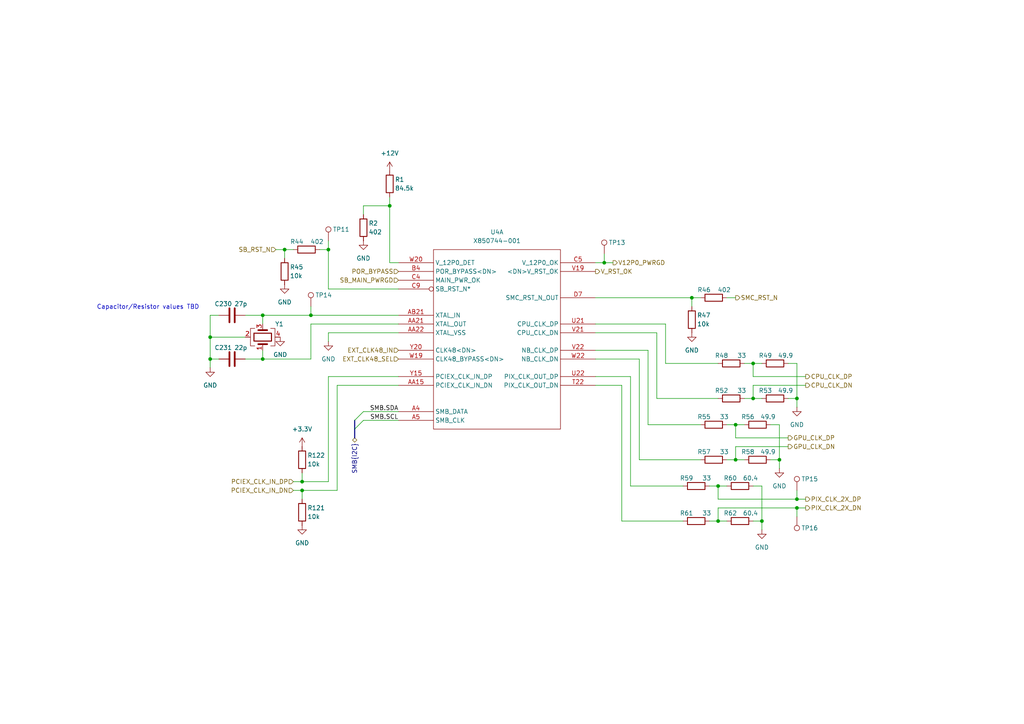
<source format=kicad_sch>
(kicad_sch (version 20250114) (generator "eeschema") (generator_version "9.0")
  (paper "A4")
  (lib_symbols
    (symbol "Connector:TestPoint" (pin_numbers (hide yes)) (pin_names (offset 0.762) (hide yes))
      (property "Reference" "TP" (at 0 6.858 0))
      (property "Value" "TestPoint" (at 0 5.08 0))
      (symbol "TestPoint_1_1"
        (pin passive line (at 0 0 90) (length 2.54) (name "1") (number "1"))
      )
    )
    (symbol "Device:C" (pin_numbers (hide yes)) (pin_names (offset 0.254))
      (property "Reference" "C" (at 0.635 2.54 0))
      (property "Value" "C" (at 0.635 -2.54 0))
      (symbol "C_1_1"
        (pin passive line (at 0 3.81 270) (length 2.794) (name "~") (number "1"))
        (pin passive line (at 0 -3.81 90) (length 2.794) (name "~") (number "2"))
      )
    )
    (symbol "Device:Crystal_GND24" (pin_names (offset 1.016) (hide yes))
      (property "Reference" "Y" (at 3.175 5.08 0))
      (property "Value" "Crystal_GND24" (at 3.175 3.175 0))
      (symbol "Crystal_GND24_1_1"
        (pin passive line (at -3.81 0 0) (length 1.27) (name "1") (number "1"))
        (pin passive line (at 0 5.08 270) (length 1.27) (name "2") (number "2"))
        (pin passive line (at 0 -5.08 90) (length 1.27) (name "4") (number "4"))
        (pin passive line (at 3.81 0 180) (length 1.27) (name "3") (number "3"))
      )
    )
    (symbol "Device:R" (pin_numbers (hide yes)) (pin_names (offset 0))
      (property "Reference" "R" (at 2.032 0 90))
      (property "Value" "R" (at 0 0 90))
      (symbol "R_1_1"
        (pin passive line (at 0 3.81 270) (length 1.27) (name "~") (number "1"))
        (pin passive line (at 0 -3.81 90) (length 1.27) (name "~") (number "2"))
      )
    )
    (symbol "X360:X850744-001"
      (property "Reference" "U" (at -17.018 27.94 0))
      (property "Value" "X850744-001" (at -10.668 -85.344 0))
      (symbol "X850744-001_1_1"
        (unit_name "SETUP")
        (pin power_in line (at -27.94 22.86 0) (length 10.16) (name "V_12P0_DET") (number "W20"))
        (pin input line (at -27.94 20.32 0) (length 10.16) (name "POR_BYPASS<DN>") (number "B4"))
        (pin input line (at -27.94 17.78 0) (length 10.16) (name "MAIN_PWR_OK") (number "C4"))
        (pin input inverted (at -27.94 15.24 0) (length 10.16) (name "SB_RST_N*") (number "C9"))
        (pin input line (at -27.94 7.62 0) (length 10.16) (name "XTAL_IN") (number "AB21"))
        (pin output line (at -27.94 5.08 0) (length 10.16) (name "XTAL_OUT") (number "AA21"))
        (pin power_in line (at -27.94 2.54 0) (length 10.16) (name "XTAL_VSS") (number "AA22"))
        (pin input line (at -27.94 -2.54 0) (length 10.16) (name "CLK48<DN>") (number "Y20"))
        (pin input line (at -27.94 -5.08 0) (length 10.16) (name "CLK48_BYPASS<DN>") (number "W19"))
        (pin input line (at -27.94 -10.16 0) (length 10.16) (name "PCIEX_CLK_IN_DP") (number "Y15"))
        (pin input line (at -27.94 -12.7 0) (length 10.16) (name "PCIEX_CLK_IN_DN") (number "AA15"))
        (pin bidirectional line (at -27.94 -20.32 0) (length 10.16) (name "SMB_DATA") (number "A4"))
        (pin bidirectional line (at -27.94 -22.86 0) (length 10.16) (name "SMB_CLK") (number "A5"))
        (pin output line (at 29.21 22.86 180) (length 10.16) (name "V_12P0_OK") (number "C5"))
        (pin output line (at 29.21 20.32 180) (length 10.16) (name "<DN>V_RST_OK") (number "V19"))
        (pin output line (at 29.21 12.7 180) (length 10.16) (name "SMC_RST_N_OUT") (number "D7"))
        (pin output line (at 29.21 5.08 180) (length 10.16) (name "CPU_CLK_DP") (number "U21"))
        (pin output line (at 29.21 2.54 180) (length 10.16) (name "CPU_CLK_DN") (number "V21"))
        (pin output line (at 29.21 -2.54 180) (length 10.16) (name "NB_CLK_DP") (number "V22"))
        (pin output line (at 29.21 -5.08 180) (length 10.16) (name "NB_CLK_DN") (number "W22"))
        (pin output line (at 29.21 -10.16 180) (length 10.16) (name "PIX_CLK_OUT_DP") (number "U22"))
        (pin output line (at 29.21 -12.7 180) (length 10.16) (name "PIX_CLK_OUT_DN") (number "T22"))
      )
      (symbol "X850744-001_2_1"
        (unit_name "VIDEO + FAN")
        (pin input line (at -27.94 22.86 0) (length 10.16) (name "PIX_CLK_IN") (number "J20"))
        (pin input line (at -27.94 17.78 0) (length 10.16) (name "PIX_DATA14") (number "G20"))
        (pin input line (at -27.94 15.24 0) (length 10.16) (name "PIX_DATA13") (number "G21"))
        (pin input line (at -27.94 12.7 0) (length 10.16) (name "PIX_DATA12") (number "G22"))
        (pin input line (at -27.94 10.16 0) (length 10.16) (name "PIX_DATA11") (number "H20"))
        (pin input line (at -27.94 7.62 0) (length 10.16) (name "PIX_DATA10") (number "H21"))
        (pin input line (at -27.94 5.08 0) (length 10.16) (name "PIX_DATA9") (number "H22"))
        (pin input line (at -27.94 2.54 0) (length 10.16) (name "PIX_DATA8") (number "J21"))
        (pin input line (at -27.94 0 0) (length 10.16) (name "PIX_DATA7") (number "J22"))
        (pin input line (at -27.94 -2.54 0) (length 10.16) (name "PIX_DATA6") (number "K21"))
        (pin input line (at -27.94 -5.08 0) (length 10.16) (name "PIX_DATA5") (number "K22"))
        (pin input line (at -27.94 -7.62 0) (length 10.16) (name "PIX_DATA4") (number "K20"))
        (pin input line (at -27.94 -10.16 0) (length 10.16) (name "PIX_DATA3") (number "L21"))
        (pin input line (at -27.94 -12.7 0) (length 10.16) (name "PIX_DATA2") (number "L22"))
        (pin input line (at -27.94 -15.24 0) (length 10.16) (name "PIX_DATA1") (number "L20"))
        (pin input line (at -27.94 -17.78 0) (length 10.16) (name "PIX_DATA0") (number "M20"))
        (pin input line (at -27.94 -22.86 0) (length 10.16) (name "HSYNC_IN") (number "M22"))
        (pin input line (at -27.94 -25.4 0) (length 10.16) (name "VSYNC_IN") (number "M21"))
        (pin power_in line (at -27.94 -33.02 0) (length 10.16) (name "DAC_RSET") (number "D20"))
        (pin input line (at -27.94 -40.64 0) (length 10.16) (name "HDMI_HPD") (number "D18"))
        (pin power_in line (at -27.94 -48.26 0) (length 10.16) (name "KSB_RSET") (number "H4"))
        (pin input line (at -27.94 -55.88 0) (length 10.16) (name "FAN_OP1_DP") (number "F22"))
        (pin input line (at -27.94 -58.42 0) (length 10.16) (name "FAN_OP1_DN") (number "F21"))
        (pin input line (at -27.94 -66.04 0) (length 10.16) (name "TEMP_N") (number "P22"))
        (pin bidirectional line (at -27.94 -73.66 0) (length 10.16) (name "DDC_SCK") (number "A12"))
        (pin bidirectional line (at -27.94 -76.2 0) (length 10.16) (name "DDC_SDA") (number "B12"))
        (pin output line (at 29.21 22.86 180) (length 10.16) (name "DAC_D_OUT_DP") (number "A20"))
        (pin output line (at 29.21 20.32 180) (length 10.16) (name "DAC_D_OUT_DN") (number "F18"))
        (pin output line (at 29.21 17.78 180) (length 10.16) (name "DAC_B_OUT_DP") (number "A21"))
        (pin output line (at 29.21 15.24 180) (length 10.16) (name "DAC_B_OUT_DN") (number "G18"))
        (pin output line (at 29.21 12.7 180) (length 10.16) (name "DAC_A_OUT_DP") (number "C22"))
        (pin output line (at 29.21 10.16 180) (length 10.16) (name "DAC_A_OUT_DN") (number "G19"))
        (pin output line (at 29.21 7.62 180) (length 10.16) (name "DAC_C_OUT_DP") (number "D22"))
        (pin output line (at 29.21 5.08 180) (length 10.16) (name "DAC_C_OUT_DN") (number "H18"))
        (pin output line (at 29.21 0 180) (length 10.16) (name "HSYNC_OUT") (number "B19"))
        (pin output line (at 29.21 -2.54 180) (length 10.16) (name "VSYNC_OUT") (number "C19"))
        (pin output line (at 29.21 -10.16 180) (length 10.16) (name "TMDS_TXC_DP") (number "A16"))
        (pin output line (at 29.21 -17.78 180) (length 10.16) (name "TMDS_TXC_DN") (number "B16"))
        (pin output line (at 29.21 -22.86 180) (length 10.16) (name "TMDS_TX2_DP") (number "B13"))
        (pin output line (at 29.21 -30.48 180) (length 10.16) (name "TMDS_TX2_DN") (number "C13"))
        (pin output line (at 29.21 -35.56 180) (length 10.16) (name "TMDS_TX1_DP") (number "A14"))
        (pin output line (at 29.21 -43.18 180) (length 10.16) (name "TMDS_TX1_DN") (number "B14"))
        (pin output line (at 29.21 -48.26 180) (length 10.16) (name "TMDS_TX0_DP") (number "B15"))
        (pin output line (at 29.21 -55.88 180) (length 10.16) (name "TMDS_TX0_DN") (number "C15"))
        (pin output line (at 29.21 -63.5 180) (length 10.16) (name "FAN_OUT1") (number "E21"))
        (pin output line (at 29.21 -71.12 180) (length 10.16) (name "TEMP3_P") (number "N22"))
        (pin output line (at 29.21 -73.66 180) (length 10.16) (name "TEMP2_P") (number "P20"))
        (pin output line (at 29.21 -76.2 180) (length 10.16) (name "TEMP1_P") (number "P21"))
        (pin output line (at 29.21 -78.74 180) (length 10.16) (name "TEMP0_P") (number "R21"))
        (pin output line (at 29.21 -81.28 180) (length 10.16) (name "TEMP4_P") (number "N21"))
      )
      (symbol "X850744-001_3_1"
        (unit_name "MAIN POWER")
        (pin power_in line (at -27.94 22.86 0) (length 10.16) (name "AVDD_18_HDMI0") (number "D13"))
        (pin power_in line (at -27.94 20.32 0) (length 10.16) (name "AVDD_18_HDMI1") (number "E13"))
        (pin power_in line (at -27.94 15.24 0) (length 10.16) (name "VDD_120") (number "J8"))
        (pin power_in line (at -27.94 12.7 0) (length 10.16) (name "VDD_121") (number "K8"))
        (pin power_in line (at -27.94 10.16 0) (length 10.16) (name "VDD_122") (number "M8"))
        (pin power_in line (at -27.94 7.62 0) (length 10.16) (name "VDD_123") (number "P8"))
        (pin power_in line (at -27.94 5.08 0) (length 10.16) (name "VDD_124") (number "H9"))
        (pin power_in line (at -27.94 2.54 0) (length 10.16) (name "VDD_125") (number "R9"))
        (pin power_in line (at -27.94 0 0) (length 10.16) (name "VDD_126") (number "H10"))
        (pin power_in line (at -27.94 -2.54 0) (length 10.16) (name "VDD_127") (number "R11"))
        (pin power_in line (at -27.94 -5.08 0) (length 10.16) (name "VDD_128") (number "R12"))
        (pin power_in line (at -27.94 -7.62 0) (length 10.16) (name "VDD_129") (number "H13"))
        (pin power_in line (at -27.94 -10.16 0) (length 10.16) (name "VDD_1210") (number "H14"))
        (pin power_in line (at -27.94 -12.7 0) (length 10.16) (name "VDD_1211") (number "R14"))
        (pin power_in line (at -27.94 -15.24 0) (length 10.16) (name "VDD_1212") (number "J15"))
        (pin power_in line (at -27.94 -17.78 0) (length 10.16) (name "VDD_1213") (number "K15"))
        (pin power_in line (at -27.94 -20.32 0) (length 10.16) (name "VDD_1214") (number "M15"))
        (pin power_in line (at -27.94 -22.86 0) (length 10.16) (name "VDD_1215") (number "P15"))
        (pin power_in line (at -27.94 -27.94 0) (length 10.16) (name "VDD_180") (number "J18"))
        (pin power_in line (at -27.94 -30.48 0) (length 10.16) (name "VDD_181") (number "K18"))
        (pin power_in line (at -27.94 -33.02 0) (length 10.16) (name "VDD_182") (number "N18"))
        (pin power_in line (at -27.94 -35.56 0) (length 10.16) (name "VDD_183") (number "R18"))
        (pin power_in line (at -27.94 -38.1 0) (length 10.16) (name "VDD_184") (number "H19"))
        (pin power_in line (at -27.94 -40.64 0) (length 10.16) (name "VDD_185") (number "L19"))
        (pin power_in line (at -27.94 -45.72 0) (length 10.16) (name "VDD_330") (number "C3"))
        (pin power_in line (at -27.94 -48.26 0) (length 10.16) (name "VDD_331") (number "E5"))
        (pin power_in line (at -27.94 -50.8 0) (length 10.16) (name "VDD_332") (number "F5"))
        (pin power_in line (at -27.94 -53.34 0) (length 10.16) (name "VDD_333") (number "E6"))
        (pin power_in line (at -27.94 -55.88 0) (length 10.16) (name "VDD_334") (number "D17"))
        (pin power_in line (at -27.94 -58.42 0) (length 10.16) (name "VDD_335") (number "C18"))
        (pin power_in line (at 29.21 22.86 180) (length 10.16) (name "AVDD_PEX0") (number "W15"))
        (pin power_in line (at 29.21 20.32 180) (length 10.16) (name "AVDD_PEX1") (number "Y17"))
        (pin power_in line (at 29.21 17.78 180) (length 10.16) (name "AVDD_PEX2") (number "Y19"))
        (pin power_out line (at 29.21 12.7 180) (length 10.16) (name "LDO25_CAP") (number "W17"))
        (pin power_in line (at 29.21 7.62 180) (length 10.16) (name "AVDD_33_PLLA") (number "E16"))
        (pin power_in line (at 29.21 2.54 180) (length 10.16) (name "AVDD_33_HDMI0") (number "D15"))
        (pin power_in line (at 29.21 0 180) (length 10.16) (name "AVDD_33_HDMI1") (number "E15"))
        (pin power_in line (at 29.21 -5.08 180) (length 10.16) (name "AVDD_33_ENET") (number "G5"))
        (pin power_in line (at 29.21 -10.16 180) (length 10.16) (name "AVDD_33_SATA0") (number "W3"))
        (pin power_in line (at 29.21 -12.7 180) (length 10.16) (name "AVDD_33_SATA1") (number "AA3"))
        (pin power_in line (at 29.21 -15.24 180) (length 10.16) (name "AVDD_33_SATA2") (number "V4"))
        (pin power_in line (at 29.21 -20.32 180) (length 10.16) (name "AVDD_33_CLK0") (number "T20"))
        (pin power_in line (at 29.21 -22.86 180) (length 10.16) (name "AVDD_33_CLK1") (number "V20"))
        (pin power_in line (at 29.21 -25.4 180) (length 10.16) (name "AVDD_33_CLK2") (number "W21"))
        (pin power_in line (at 29.21 -30.48 180) (length 10.16) (name "AVDD_33_VDAC0") (number "A19"))
        (pin power_in line (at 29.21 -33.02 180) (length 10.16) (name "AVDD_33_VDAC1") (number "C20"))
        (pin power_in line (at 29.21 -35.56 180) (length 10.16) (name "AVDD_33_VDAC2") (number "E20"))
        (pin power_in line (at 29.21 -38.1 180) (length 10.16) (name "AVDD_33_VDAC3") (number "B22"))
        (pin power_in line (at 29.21 -43.18 180) (length 10.16) (name "AVDD_33_LDO25") (number "V16"))
        (pin power_in line (at 29.21 -48.26 180) (length 10.16) (name "VSS_VDAC0") (number "D19"))
        (pin power_in line (at 29.21 -50.8 180) (length 10.16) (name "VSS_VDAC1") (number "E19"))
        (pin power_in line (at 29.21 -53.34 180) (length 10.16) (name "VSS_VDAC2") (number "B20"))
        (pin power_in line (at 29.21 -55.88 180) (length 10.16) (name "VSS_VDAC3") (number "F20"))
        (pin power_in line (at 29.21 -58.42 180) (length 10.16) (name "VSS_VDAC4") (number "B21"))
        (pin power_in line (at 29.21 -60.96 180) (length 10.16) (name "VSS_VDAC5") (number "C21"))
        (pin power_in line (at 29.21 -63.5 180) (length 10.16) (name "VSS_VDAC6") (number "D21"))
        (pin power_in line (at 29.21 -66.04 180) (length 10.16) (name "VSS_VDAC7") (number "A22"))
        (pin power_in line (at 29.21 -68.58 180) (length 10.16) (name "VSS_VDAC8") (number "E22"))
        (pin power_in line (at 29.21 -73.66 180) (length 10.16) (name "VSS_PLLA") (number "E17"))
        (pin power_in line (at 29.21 -76.2 180) (length 10.16) (name "VSS_PLLB") (number "AA20"))
      )
      (symbol "X850744-001_4_1"
        (unit_name "PCIEX + SMM GPIO + JTAG")
        (pin input line (at -27.94 22.86 0) (length 10.16) (name "PEX_RX1_DP") (number "Y18"))
        (pin input line (at -27.94 20.32 0) (length 10.16) (name "PEX_RX1_DN") (number "AA18"))
        (pin input line (at -27.94 17.78 0) (length 10.16) (name "PEX_RX0_DP") (number "Y16"))
        (pin input line (at -27.94 15.24 0) (length 10.16) (name "PEX_RX0_DN") (number "AA16"))
        (pin input line (at -27.94 7.62 0) (length 10.16) (name "UART_RXD<UP>") (number "A3"))
        (pin bidirectional line (at -27.94 0 0) (length 10.16) (name "GPIO15") (number "F2"))
        (pin bidirectional line (at -27.94 -2.54 0) (length 10.16) (name "GPIO14") (number "F3"))
        (pin bidirectional line (at -27.94 -5.08 0) (length 10.16) (name "GPIO13") (number "E1"))
        (pin bidirectional line (at -27.94 -7.62 0) (length 10.16) (name "GPIO12") (number "E4"))
        (pin bidirectional line (at -27.94 -10.16 0) (length 10.16) (name "GPIO11") (number "E3"))
        (pin bidirectional line (at -27.94 -12.7 0) (length 10.16) (name "GPIO10") (number "F4"))
        (pin bidirectional line (at -27.94 -15.24 0) (length 10.16) (name "GPIO9") (number "G4"))
        (pin bidirectional line (at -27.94 -17.78 0) (length 10.16) (name "GPIO8") (number "G3"))
        (pin bidirectional line (at -27.94 -20.32 0) (length 10.16) (name "GPIO7") (number "D3"))
        (pin bidirectional line (at -27.94 -22.86 0) (length 10.16) (name "GPIO6") (number "D4"))
        (pin bidirectional line (at -27.94 -25.4 0) (length 10.16) (name "GPIO5") (number "E2"))
        (pin bidirectional line (at -27.94 -27.94 0) (length 10.16) (name "GPIO4") (number "C1"))
        (pin bidirectional line (at -27.94 -30.48 0) (length 10.16) (name "GPIO3") (number "C2"))
        (pin bidirectional line (at -27.94 -33.02 0) (length 10.16) (name "GPIO2") (number "D1"))
        (pin bidirectional line (at -27.94 -35.56 0) (length 10.16) (name "GPIO1") (number "B1"))
        (pin bidirectional line (at -27.94 -38.1 0) (length 10.16) (name "GPIO0") (number "B2"))
        (pin output line (at 29.21 22.86 180) (length 10.16) (name "PEX_TX1_DP") (number "AA19"))
        (pin output line (at 29.21 17.78 180) (length 10.16) (name "PEX_TX1_DN") (number "AB19"))
        (pin output line (at 29.21 12.7 180) (length 10.16) (name "PEX_TX0_DP") (number "AA17"))
        (pin output line (at 29.21 7.62 180) (length 10.16) (name "PEX_TX0_DN") (number "AB17"))
        (pin output line (at 29.21 0 180) (length 10.16) (name "UART_TXD") (number "A2"))
        (pin output line (at 29.21 -7.62 180) (length 10.16) (name "TST_PT") (number "E18"))
        (pin input line (at 29.21 -15.24 180) (length 10.16) (name "<DN>TCK") (number "T19"))
        (pin output line (at 29.21 -17.78 180) (length 10.16) (name "TDO") (number "R19"))
        (pin input line (at 29.21 -20.32 180) (length 10.16) (name "<UP>TDI") (number "R20"))
        (pin input line (at 29.21 -22.86 180) (length 10.16) (name "<UP>TMS") (number "U19"))
        (pin input line (at 29.21 -25.4 180) (length 10.16) (name "<DN>TRST") (number "N19"))
      )
      (symbol "X850744-001_5_1"
        (unit_name "SMC")
        (pin input inverted (at -27.94 22.86 0) (length 10.16) (name "SMC_RST_N_IN*") (number "D8"))
        (pin input line (at -27.94 15.24 0) (length 10.16) (name "SMC_UART1_RXD<UP>") (number "A6"))
        (pin input line (at -27.94 10.16 0) (length 10.16) (name "SMC_DBG<DN>") (number "D6"))
        (pin input line (at -27.94 2.54 0) (length 10.16) (name "SMC_IR_IN") (number "W8"))
        (pin bidirectional line (at -27.94 -5.08 0) (length 10.16) (name "SMC_P4_GPIO7") (number "A8"))
        (pin bidirectional line (at -27.94 -7.62 0) (length 10.16) (name "SMC_P4_GPIO6") (number "B8"))
        (pin bidirectional line (at -27.94 -10.16 0) (length 10.16) (name "SMC_P4_GPIO5") (number "B7"))
        (pin bidirectional line (at -27.94 -12.7 0) (length 10.16) (name "SMC_P4_GPIO4") (number "C8"))
        (pin bidirectional line (at -27.94 -15.24 0) (length 10.16) (name "SMC_P4_GPIO3") (number "C6"))
        (pin bidirectional line (at -27.94 -17.78 0) (length 10.16) (name "SMC_P4_GPIO2") (number "A9"))
        (pin bidirectional line (at -27.94 -20.32 0) (length 10.16) (name "SMC_P4_GPIO1") (number "B5"))
        (pin bidirectional line (at -27.94 -22.86 0) (length 10.16) (name "SMC_P4_GPIO0") (number "B6"))
        (pin bidirectional line (at -27.94 -27.94 0) (length 10.16) (name "SMC_P3_GPIO7") (number "A11"))
        (pin bidirectional line (at -27.94 -30.48 0) (length 10.16) (name "SMC_P3_GPIO6") (number "C10"))
        (pin bidirectional line (at -27.94 -33.02 0) (length 10.16) (name "SMC_P3_GPIO5") (number "B11"))
        (pin bidirectional line (at -27.94 -35.56 0) (length 10.16) (name "SMC_P3_GPIO4") (number "B9"))
        (pin bidirectional line (at -27.94 -38.1 0) (length 10.16) (name "SMC_P3_GPIO3") (number "C11"))
        (pin bidirectional line (at -27.94 -40.64 0) (length 10.16) (name "SMC_P3_GPIO2") (number "C12"))
        (pin bidirectional line (at -27.94 -43.18 0) (length 10.16) (name "SMC_P3_GPIO1") (number "D12"))
        (pin bidirectional line (at -27.94 -45.72 0) (length 10.16) (name "SMC_P3_GPIO0") (number "B10"))
        (pin output line (at 29.21 22.86 180) (length 10.16) (name "SMC_UART1_TXD") (number "A7"))
        (pin output line (at 29.21 15.24 180) (length 10.16) (name "SMC_PWM1") (number "D10"))
        (pin output line (at 29.21 12.7 180) (length 10.16) (name "SMC_PWM0") (number "D11"))
        (pin bidirectional line (at 29.21 5.08 180) (length 10.16) (name "SMC_P2_GPIO7") (number "W12"))
        (pin bidirectional line (at 29.21 2.54 180) (length 10.16) (name "SMC_P2_GPIO6") (number "W13"))
        (pin bidirectional line (at 29.21 0 180) (length 10.16) (name "SMC_P2_GPIO5") (number "Y11"))
        (pin bidirectional line (at 29.21 -2.54 180) (length 10.16) (name "SMC_P2_GPIO4") (number "AB11"))
        (pin bidirectional line (at 29.21 -5.08 180) (length 10.16) (name "SMC_P2_GPIO3") (number "AB10"))
        (pin bidirectional line (at 29.21 -7.62 180) (length 10.16) (name "SMC_P2_GPIO2") (number "AA11"))
        (pin bidirectional line (at 29.21 -10.16 180) (length 10.16) (name "SMC_P2_GPIO1") (number "AA12"))
        (pin bidirectional line (at 29.21 -12.7 180) (length 10.16) (name "SMC_P2_GPIO0") (number "Y12"))
        (pin bidirectional line (at 29.21 -17.78 180) (length 10.16) (name "SMC_P1_GPIO7") (number "W11"))
        (pin bidirectional line (at 29.21 -20.32 180) (length 10.16) (name "SMC_P1_GPIO6") (number "V9"))
        (pin bidirectional line (at 29.21 -22.86 180) (length 10.16) (name "SMC_P1_GPIO5") (number "AA10"))
        (pin bidirectional line (at 29.21 -25.4 180) (length 10.16) (name "SMC_P1_GPIO4") (number "Y10"))
        (pin bidirectional line (at 29.21 -27.94 180) (length 10.16) (name "SMC_P1_GPIO3") (number "Y9"))
        (pin bidirectional line (at 29.21 -30.48 180) (length 10.16) (name "SMC_P1_GPIO2") (number "W10"))
        (pin bidirectional line (at 29.21 -33.02 180) (length 10.16) (name "SMC_P1_GPIO1") (number "AB9"))
        (pin bidirectional line (at 29.21 -35.56 180) (length 10.16) (name "SMC_P1_GPIO0") (number "W9"))
        (pin bidirectional line (at 29.21 -40.64 180) (length 10.16) (name "SMC_P0_GPIO7") (number "Y13"))
        (pin bidirectional line (at 29.21 -43.18 180) (length 10.16) (name "SMC_P0_GPIO6") (number "AA14"))
        (pin bidirectional line (at 29.21 -45.72 180) (length 10.16) (name "SMC_P0_GPIO5") (number "W14"))
        (pin bidirectional line (at 29.21 -48.26 180) (length 10.16) (name "SMC_P0_GPIO4") (number "AB15"))
        (pin bidirectional line (at 29.21 -50.8 180) (length 10.16) (name "SMC_P0_GPIO3") (number "AB13"))
        (pin bidirectional line (at 29.21 -53.34 180) (length 10.16) (name "SMC_P0_GPIO2") (number "AB14"))
        (pin bidirectional line (at 29.21 -55.88 180) (length 10.16) (name "SMC_P0_GPIO1") (number "Y14"))
        (pin bidirectional line (at 29.21 -58.42 180) (length 10.16) (name "SMC_P0_GPIO0") (number "AA13"))
      )
      (symbol "X850744-001_6_1"
        (unit_name "FLASH + USB + SPI")
        (pin input line (at -27.94 22.86 0) (length 10.16) (name "FLSH_READY") (number "AB2"))
        (pin bidirectional line (at -27.94 17.78 0) (length 10.16) (name "FLSH_DATA7") (number "Y6"))
        (pin bidirectional line (at -27.94 15.24 0) (length 10.16) (name "FLSH_DATA6") (number "AA6"))
        (pin bidirectional line (at -27.94 12.7 0) (length 10.16) (name "FLSH_DATA5") (number "AB6"))
        (pin bidirectional line (at -27.94 10.16 0) (length 10.16) (name "FLSH_DATA4") (number "Y7"))
        (pin bidirectional line (at -27.94 7.62 0) (length 10.16) (name "FLSH_DATA3") (number "AA7"))
        (pin bidirectional line (at -27.94 5.08 0) (length 10.16) (name "FLSH_DATA2") (number "Y8"))
        (pin bidirectional line (at -27.94 2.54 0) (length 10.16) (name "FLSH_DATA1") (number "AA8"))
        (pin bidirectional line (at -27.94 0 0) (length 10.16) (name "FLSH_DATA0") (number "AB8"))
        (pin bidirectional line (at -27.94 -7.62 0) (length 10.16) (name "USBA_D3_DP") (number "J2"))
        (pin bidirectional line (at -27.94 -10.16 0) (length 10.16) (name "USBA_D3_DN") (number "J1"))
        (pin bidirectional line (at -27.94 -15.24 0) (length 10.16) (name "USBA_D2_DP") (number "M3"))
        (pin bidirectional line (at -27.94 -17.78 0) (length 10.16) (name "USBA_D2_DN") (number "M2"))
        (pin bidirectional line (at -27.94 -22.86 0) (length 10.16) (name "USBA_D1_DP") (number "K3"))
        (pin bidirectional line (at -27.94 -25.4 0) (length 10.16) (name "USBA_D1_DN") (number "K2"))
        (pin bidirectional line (at -27.94 -30.48 0) (length 10.16) (name "USBA_D0_DP") (number "L2"))
        (pin bidirectional line (at -27.94 -33.02 0) (length 10.16) (name "USBA_D0_DN") (number "L1"))
        (pin output line (at 29.21 22.86 180) (length 10.16) (name "FLSH_CLE") (number "AB4"))
        (pin output inverted (at 29.21 20.32 180) (length 10.16) (name "FLSH_CE_N*") (number "AA5"))
        (pin output inverted (at 29.21 17.78 180) (length 10.16) (name "FLSH_RE_N*") (number "AB3"))
        (pin output inverted (at 29.21 15.24 180) (length 10.16) (name "FLSH_WE_N*") (number "Y5"))
        (pin output line (at 29.21 12.7 180) (length 10.16) (name "FLSH_ALE") (number "AA4"))
        (pin output inverted (at 29.21 10.16 180) (length 10.16) (name "FLSH_WP_N*") (number "AB5"))
        (pin bidirectional line (at 29.21 2.54 180) (length 10.16) (name "USBB_D4_DP") (number "U2"))
        (pin bidirectional line (at 29.21 0 180) (length 10.16) (name "USBB_D4_DN") (number "U1"))
        (pin bidirectional line (at 29.21 -5.08 180) (length 10.16) (name "USBB_D3_DP") (number "N2"))
        (pin bidirectional line (at 29.21 -7.62 180) (length 10.16) (name "USBB_D3_DN") (number "N1"))
        (pin bidirectional line (at 29.21 -12.7 180) (length 10.16) (name "USBB_D2_DP") (number "T3"))
        (pin bidirectional line (at 29.21 -15.24 180) (length 10.16) (name "USBB_D2_DN") (number "T2"))
        (pin bidirectional line (at 29.21 -20.32 180) (length 10.16) (name "USBB_D1_DP") (number "P3"))
        (pin bidirectional line (at 29.21 -22.86 180) (length 10.16) (name "USBB_D1_DN") (number "P2"))
        (pin bidirectional line (at 29.21 -27.94 180) (length 10.16) (name "USBB_D0_DP") (number "R2"))
        (pin bidirectional line (at 29.21 -30.48 180) (length 10.16) (name "USBB_D0_DN") (number "R1"))
        (pin input line (at 29.21 -38.1 180) (length 10.16) (name "SPI_CLK") (number "W6"))
        (pin output line (at 29.21 -40.64 180) (length 10.16) (name "SPI_MISO") (number "W7"))
        (pin input line (at 29.21 -43.18 180) (length 10.16) (name "SPI_MOSI") (number "W4"))
        (pin input inverted (at 29.21 -45.72 180) (length 10.16) (name "<UP>SPI_SS_N*") (number "W5"))
      )
      (symbol "X850744-001_7_1"
        (unit_name "ETHERNET + AUDIO + SATA")
        (pin input line (at -27.94 22.86 0) (length 10.16) (name "SATA1_RX_DP") (number "Y2"))
        (pin input line (at -27.94 20.32 0) (length 10.16) (name "SATA1_RX_DN") (number "Y3"))
        (pin input line (at -27.94 15.24 0) (length 10.16) (name "SATA0_RX_DP") (number "V2"))
        (pin input line (at -27.94 12.7 0) (length 10.16) (name "SATA0_RX_DN") (number "V3"))
        (pin bidirectional line (at -27.94 5.08 0) (length 10.16) (name "MDIN1") (number "H2"))
        (pin bidirectional line (at -27.94 2.54 0) (length 10.16) (name "MDIP1") (number "H3"))
        (pin bidirectional line (at -27.94 -2.54 0) (length 10.16) (name "MDIN0") (number "G1"))
        (pin bidirectional line (at -27.94 -5.08 0) (length 10.16) (name "MDIP0") (number "G2"))
        (pin output line (at 29.21 22.86 180) (length 10.16) (name "I2S_MCLK_OUT") (number "B18"))
        (pin output line (at 29.21 20.32 180) (length 10.16) (name "I2S_BCLK_OUT") (number "B17"))
        (pin output line (at 29.21 17.78 180) (length 10.16) (name "I2S_SD") (number "A17"))
        (pin output line (at 29.21 15.24 180) (length 10.16) (name "I2S_WS") (number "C17"))
        (pin output line (at 29.21 12.7 180) (length 10.16) (name "SPDIF_OUT") (number "D16"))
        (pin output line (at 29.21 5.08 180) (length 10.16) (name "SATA1_TX_DP") (number "AA2"))
        (pin output line (at 29.21 2.54 180) (length 10.16) (name "SATA1_TX_DN") (number "AA1"))
        (pin output line (at 29.21 -2.54 180) (length 10.16) (name "SATA0_TX_DP") (number "W2"))
        (pin output line (at 29.21 -5.08 180) (length 10.16) (name "SATA0_TX_DN") (number "W1"))
      )
      (symbol "X850744-001_8_1"
        (unit_name "STANDBY POWER")
        (pin power_in line (at -27.94 22.86 0) (length 10.16) (name "AVDD_33S_BG") (number "H5"))
        (pin power_in line (at -27.94 17.78 0) (length 10.16) (name "AVDD_33S_JTM") (number "P18"))
        (pin power_in line (at -27.94 12.7 0) (length 10.16) (name "AVDD_33S_FAN") (number "F19"))
        (pin power_in line (at -27.94 7.62 0) (length 10.16) (name "AVDD_33S_PLLB") (number "AB20"))
        (pin power_in line (at -27.94 2.54 0) (length 10.16) (name "AVDD_33S_XTAL") (number "Y22"))
        (pin power_in line (at -27.94 -2.54 0) (length 10.16) (name "AVDD_33S_USB0") (number "J3"))
        (pin power_in line (at -27.94 -5.08 0) (length 10.16) (name "AVDD_33S_USB1") (number "L3"))
        (pin power_in line (at -27.94 -7.62 0) (length 10.16) (name "AVDD_33S_USB2") (number "N3"))
        (pin power_in line (at -27.94 -10.16 0) (length 10.16) (name "AVDD_33S_USB3") (number "R3"))
        (pin power_in line (at -27.94 -12.7 0) (length 10.16) (name "AVDD_33S_USB4") (number "U3"))
        (pin power_in line (at -27.94 -15.24 0) (length 10.16) (name "AVDD_33S_USB5") (number "K4"))
        (pin power_in line (at -27.94 -17.78 0) (length 10.16) (name "AVDD_33S_USB6") (number "M4"))
        (pin power_in line (at -27.94 -20.32 0) (length 10.16) (name "AVDD_33S_USB7") (number "P4"))
        (pin power_in line (at -27.94 -22.86 0) (length 10.16) (name "AVDD_33S_USB8") (number "T4"))
        (pin power_in line (at 29.21 22.86 180) (length 10.16) (name "VDD_33S_LDO18") (number "V13"))
        (pin power_in line (at 29.21 17.78 180) (length 10.16) (name "VDD_33S0") (number "V6"))
        (pin power_in line (at 29.21 15.24 180) (length 10.16) (name "VDD_33S1") (number "V7"))
        (pin power_in line (at 29.21 12.7 180) (length 10.16) (name "VDD_33S2") (number "E10"))
        (pin power_in line (at 29.21 10.16 180) (length 10.16) (name "VDD_33S3") (number "E11"))
        (pin power_in line (at 29.21 7.62 180) (length 10.16) (name "VDD_33S4") (number "V11"))
        (pin power_in line (at 29.21 5.08 180) (length 10.16) (name "VDD_33S5") (number "V18"))
        (pin power_in line (at 29.21 0 180) (length 10.16) (name "VDD_12S0") (number "J5"))
        (pin power_in line (at 29.21 -2.54 180) (length 10.16) (name "VDD_12S1") (number "L5"))
        (pin power_in line (at 29.21 -5.08 180) (length 10.16) (name "VDD_12S2") (number "N5"))
        (pin power_in line (at 29.21 -7.62 180) (length 10.16) (name "VDD_12S3") (number "P5"))
        (pin power_in line (at 29.21 -10.16 180) (length 10.16) (name "VDD_12S4") (number "U5"))
        (pin power_in line (at 29.21 -12.7 180) (length 10.16) (name "VDD_12S5") (number "E8"))
        (pin power_in line (at 29.21 -15.24 180) (length 10.16) (name "VDD_12S6") (number "V8"))
        (pin power_in line (at 29.21 -17.78 180) (length 10.16) (name "VDD_12S7") (number "E9"))
        (pin power_in line (at 29.21 -20.32 180) (length 10.16) (name "VDD_12S8") (number "V10"))
        (pin power_in line (at 29.21 -22.86 180) (length 10.16) (name "VDD_12S9") (number "M18"))
        (pin power_in line (at 29.21 -25.4 180) (length 10.16) (name "VDD_12S10") (number "U18"))
        (pin power_in line (at 29.21 -30.48 180) (length 10.16) (name "VDD18S_IN") (number "V14"))
        (pin power_out line (at 29.21 -35.56 180) (length 10.16) (name "LDO18_CAP") (number "V15"))
      )
      (symbol "X850744-001_9_1"
        (unit_name "GROUND")
        (pin power_in line (at -27.94 22.86 0) (length 10.16) (name "VSS0") (number "A1"))
        (pin power_in line (at -27.94 20.32 0) (length 10.16) (name "VSS1") (number "F1"))
        (pin power_in line (at -27.94 17.78 0) (length 10.16) (name "VSS2") (number "H1"))
        (pin power_in line (at -27.94 15.24 0) (length 10.16) (name "VSS3") (number "K1"))
        (pin power_in line (at -27.94 12.7 0) (length 10.16) (name "VSS4") (number "M1"))
        (pin power_in line (at -27.94 10.16 0) (length 10.16) (name "VSS5") (number "P1"))
        (pin power_in line (at -27.94 7.62 0) (length 10.16) (name "VSS6") (number "T1"))
        (pin power_in line (at -27.94 5.08 0) (length 10.16) (name "VSS7") (number "V1"))
        (pin power_in line (at -27.94 2.54 0) (length 10.16) (name "VSS8") (number "Y1"))
        (pin power_in line (at -27.94 0 0) (length 10.16) (name "VSS9") (number "AB1"))
        (pin power_in line (at -27.94 -2.54 0) (length 10.16) (name "VSS10") (number "D2"))
        (pin power_in line (at -27.94 -5.08 0) (length 10.16) (name "VSS11") (number "B3"))
        (pin power_in line (at -27.94 -7.62 0) (length 10.16) (name "VSS12") (number "J4"))
        (pin power_in line (at -27.94 -10.16 0) (length 10.16) (name "VSS13") (number "L4"))
        (pin power_in line (at -27.94 -12.7 0) (length 10.16) (name "VSS14") (number "N4"))
        (pin power_in line (at -27.94 -15.24 0) (length 10.16) (name "VSS15") (number "R4"))
        (pin power_in line (at -27.94 -17.78 0) (length 10.16) (name "VSS16") (number "U4"))
        (pin power_in line (at -27.94 -20.32 0) (length 10.16) (name "VSS17") (number "Y4"))
        (pin power_in line (at -27.94 -22.86 0) (length 10.16) (name "VSS18") (number "D5"))
        (pin power_in line (at -27.94 -25.4 0) (length 10.16) (name "VSS19") (number "K5"))
        (pin power_in line (at -27.94 -27.94 0) (length 10.16) (name "VSS20") (number "M5"))
        (pin power_in line (at -27.94 -30.48 0) (length 10.16) (name "VSS21") (number "R5"))
        (pin power_in line (at -27.94 -33.02 0) (length 10.16) (name "VSS22") (number "T5"))
        (pin power_in line (at -27.94 -35.56 0) (length 10.16) (name "VSS23") (number "V5"))
        (pin power_in line (at -27.94 -38.1 0) (length 10.16) (name "VSS24") (number "C7"))
        (pin power_in line (at -27.94 -40.64 0) (length 10.16) (name "VSS25") (number "E7"))
        (pin power_in line (at -27.94 -43.18 0) (length 10.16) (name "VSS26") (number "AB7"))
        (pin power_in line (at -27.94 -45.72 0) (length 10.16) (name "VSS27") (number "H8"))
        (pin power_in line (at -27.94 -48.26 0) (length 10.16) (name "VSS28") (number "L8"))
        (pin power_in line (at -27.94 -50.8 0) (length 10.16) (name "VSS29") (number "N8"))
        (pin power_in line (at -27.94 -53.34 0) (length 10.16) (name "VSS30") (number "R8"))
        (pin power_in line (at -27.94 -55.88 0) (length 10.16) (name "VSS31") (number "D9"))
        (pin power_in line (at -27.94 -58.42 0) (length 10.16) (name "VSS32") (number "J9"))
        (pin power_in line (at -27.94 -60.96 0) (length 10.16) (name "VSS33") (number "K9"))
        (pin power_in line (at -27.94 -63.5 0) (length 10.16) (name "VSS34") (number "L9"))
        (pin power_in line (at -27.94 -66.04 0) (length 10.16) (name "VSS35") (number "M9"))
        (pin power_in line (at -27.94 -68.58 0) (length 10.16) (name "VSS36") (number "N9"))
        (pin power_in line (at -27.94 -71.12 0) (length 10.16) (name "VSS37") (number "P9"))
        (pin power_in line (at -27.94 -73.66 0) (length 10.16) (name "VSS38") (number "AA9"))
        (pin power_in line (at -27.94 -76.2 0) (length 10.16) (name "VSS39") (number "A10"))
        (pin power_in line (at -27.94 -78.74 0) (length 10.16) (name "VSS40") (number "J10"))
        (pin power_in line (at -27.94 -81.28 0) (length 10.16) (name "VSS41") (number "K10"))
        (pin power_in line (at -27.94 -83.82 0) (length 10.16) (name "VSS42") (number "L10"))
        (pin power_in line (at -27.94 -86.36 0) (length 10.16) (name "VSS43") (number "M10"))
        (pin power_in line (at -27.94 -88.9 0) (length 10.16) (name "VSS44") (number "N10"))
        (pin power_in line (at -27.94 -91.44 0) (length 10.16) (name "VSS45") (number "P10"))
        (pin power_in line (at -27.94 -93.98 0) (length 10.16) (name "VSS46") (number "R10"))
        (pin power_in line (at -27.94 -96.52 0) (length 10.16) (name "VSS47") (number "H11"))
        (pin power_in line (at -27.94 -99.06 0) (length 10.16) (name "VSS48") (number "J11"))
        (pin power_in line (at -27.94 -101.6 0) (length 10.16) (name "VSS49") (number "K11"))
        (pin power_in line (at -27.94 -104.14 0) (length 10.16) (name "VSS50") (number "L11"))
        (pin power_in line (at -27.94 -106.68 0) (length 10.16) (name "VSS51") (number "M11"))
        (pin power_in line (at -27.94 -109.22 0) (length 10.16) (name "VSS52") (number "N11"))
        (pin power_in line (at 29.21 22.86 180) (length 10.16) (name "VSS53") (number "P11"))
        (pin power_in line (at 29.21 20.32 180) (length 10.16) (name "VSS54") (number "E12"))
        (pin power_in line (at 29.21 17.78 180) (length 10.16) (name "VSS55") (number "H12"))
        (pin power_in line (at 29.21 15.24 180) (length 10.16) (name "VSS56") (number "J12"))
        (pin power_in line (at 29.21 12.7 180) (length 10.16) (name "VSS57") (number "K12"))
        (pin power_in line (at 29.21 10.16 180) (length 10.16) (name "VSS58") (number "L12"))
        (pin power_in line (at 29.21 7.62 180) (length 10.16) (name "VSS59") (number "M12"))
        (pin power_in line (at 29.21 5.08 180) (length 10.16) (name "VSS60") (number "N12"))
        (pin power_in line (at 29.21 2.54 180) (length 10.16) (name "VSS61") (number "P12"))
        (pin power_in line (at 29.21 0 180) (length 10.16) (name "VSS62") (number "V12"))
        (pin power_in line (at 29.21 -2.54 180) (length 10.16) (name "VSS63") (number "AB12"))
        (pin power_in line (at 29.21 -5.08 180) (length 10.16) (name "VSS64") (number "A13"))
        (pin power_in line (at 29.21 -7.62 180) (length 10.16) (name "VSS65") (number "J13"))
        (pin power_in line (at 29.21 -10.16 180) (length 10.16) (name "VSS66") (number "K13"))
        (pin power_in line (at 29.21 -12.7 180) (length 10.16) (name "VSS67") (number "L13"))
        (pin power_in line (at 29.21 -15.24 180) (length 10.16) (name "VSS68") (number "M13"))
        (pin power_in line (at 29.21 -17.78 180) (length 10.16) (name "VSS69") (number "N13"))
        (pin power_in line (at 29.21 -20.32 180) (length 10.16) (name "VSS70") (number "P13"))
        (pin power_in line (at 29.21 -22.86 180) (length 10.16) (name "VSS71") (number "R13"))
        (pin power_in line (at 29.21 -25.4 180) (length 10.16) (name "VSS72") (number "C14"))
        (pin power_in line (at 29.21 -27.94 180) (length 10.16) (name "VSS73") (number "D14"))
        (pin power_in line (at 29.21 -30.48 180) (length 10.16) (name "VSS74") (number "E14"))
        (pin power_in line (at 29.21 -33.02 180) (length 10.16) (name "VSS75") (number "J14"))
        (pin power_in line (at 29.21 -35.56 180) (length 10.16) (name "VSS76") (number "K14"))
        (pin power_in line (at 29.21 -38.1 180) (length 10.16) (name "VSS77") (number "L14"))
        (pin power_in line (at 29.21 -40.64 180) (length 10.16) (name "VSS78") (number "M14"))
        (pin power_in line (at 29.21 -43.18 180) (length 10.16) (name "VSS79") (number "N14"))
        (pin power_in line (at 29.21 -45.72 180) (length 10.16) (name "VSS80") (number "P14"))
        (pin power_in line (at 29.21 -48.26 180) (length 10.16) (name "VSS81") (number "A15"))
        (pin power_in line (at 29.21 -50.8 180) (length 10.16) (name "VSS82") (number "H15"))
        (pin power_in line (at 29.21 -53.34 180) (length 10.16) (name "VSS83") (number "L15"))
        (pin power_in line (at 29.21 -55.88 180) (length 10.16) (name "VSS84") (number "N15"))
        (pin power_in line (at 29.21 -58.42 180) (length 10.16) (name "VSS85") (number "R15"))
        (pin power_in line (at 29.21 -60.96 180) (length 10.16) (name "VSS86") (number "C16"))
        (pin power_in line (at 29.21 -63.5 180) (length 10.16) (name "VSS87") (number "W16"))
        (pin power_in line (at 29.21 -66.04 180) (length 10.16) (name "VSS88") (number "AB16"))
        (pin power_in line (at 29.21 -68.58 180) (length 10.16) (name "VSS89") (number "V17"))
        (pin power_in line (at 29.21 -71.12 180) (length 10.16) (name "VSS90") (number "A18"))
        (pin power_in line (at 29.21 -73.66 180) (length 10.16) (name "VSS91") (number "L18"))
        (pin power_in line (at 29.21 -76.2 180) (length 10.16) (name "VSS92") (number "T18"))
        (pin power_in line (at 29.21 -78.74 180) (length 10.16) (name "VSS93") (number "W18"))
        (pin power_in line (at 29.21 -81.28 180) (length 10.16) (name "VSS94") (number "AB18"))
        (pin power_in line (at 29.21 -83.82 180) (length 10.16) (name "VSS95") (number "J19"))
        (pin power_in line (at 29.21 -86.36 180) (length 10.16) (name "VSS96") (number "K19"))
        (pin power_in line (at 29.21 -88.9 180) (length 10.16) (name "VSS97") (number "M19"))
        (pin power_in line (at 29.21 -91.44 180) (length 10.16) (name "VSS98") (number "P19"))
        (pin power_in line (at 29.21 -93.98 180) (length 10.16) (name "VSS99") (number "N20"))
        (pin power_in line (at 29.21 -96.52 180) (length 10.16) (name "VSS100") (number "U20"))
        (pin power_in line (at 29.21 -99.06 180) (length 10.16) (name "VSS101") (number "T21"))
        (pin power_in line (at 29.21 -101.6 180) (length 10.16) (name "VSS102") (number "Y21"))
        (pin power_in line (at 29.21 -104.14 180) (length 10.16) (name "VSS103") (number "R22"))
        (pin power_in line (at 29.21 -106.68 180) (length 10.16) (name "VSS104") (number "AB22"))
      )
    )
    (symbol "power:+12V" (power) (pin_numbers (hide yes)) (pin_names (offset 0) (hide yes))
      (property "Value" "+12V" (at 0 3.556 0))
      (symbol "+12V_1_1"
        (pin power_in line (at 0 0 90) (length 0) (name "~") (number "1"))
      )
    )
    (symbol "power:+3.3V" (power) (pin_numbers (hide yes)) (pin_names (offset 0) (hide yes))
      (property "Value" "+3.3V" (at 0 3.556 0))
      (symbol "+3.3V_1_1"
        (pin power_in line (at 0 0 90) (length 0) (name "~") (number "1"))
      )
    )
    (symbol "power:GND" (power) (pin_numbers (hide yes)) (pin_names (offset 0) (hide yes))
      (property "Value" "GND" (at 0 -3.81 0))
      (symbol "GND_1_1"
        (pin power_in line (at 0 0 270) (length 0) (name "~") (number "1"))
      )
    )
  )
  (text "Capacitor/Resistor values TBD\n" (at 42.926 89.154 0) (effects (font (size 1.27 1.27))))
  (junction (at 220.98 151.13))
  (junction (at 175.26 76.2))
  (junction (at 231.14 115.57))
  (junction (at 87.63 139.7))
  (junction (at 82.55 72.39))
  (junction (at 87.63 142.24))
  (junction (at 218.44 115.57))
  (junction (at 95.25 72.39))
  (junction (at 226.06 133.35))
  (junction (at 213.36 133.35))
  (junction (at 113.03 59.69))
  (junction (at 200.66 86.36))
  (junction (at 218.44 105.41))
  (junction (at 90.17 91.44))
  (junction (at 231.14 144.78))
  (junction (at 76.2 104.14))
  (junction (at 60.96 97.79))
  (junction (at 231.14 147.32))
  (junction (at 208.28 151.13))
  (junction (at 76.2 91.44))
  (junction (at 208.28 140.97))
  (junction (at 60.96 104.14))
  (junction (at 213.36 123.19))
  (bus_entry (at 102.87 121.92) (size 2.54 -2.54))
  (bus_entry (at 102.87 124.46) (size 2.54 -2.54))
  (wire (pts (xy 63.5 91.44) (xy 60.96 91.44)))
  (wire (pts (xy 90.17 88.9) (xy 90.17 91.44)))
  (wire (pts (xy 213.36 129.54) (xy 213.36 133.35)))
  (wire (pts (xy 82.55 72.39) (xy 82.55 74.93)))
  (wire (pts (xy 205.74 140.97) (xy 208.28 140.97)))
  (wire (pts (xy 95.25 96.52) (xy 115.57 96.52)))
  (wire (pts (xy 95.25 83.82) (xy 115.57 83.82)))
  (wire (pts (xy 193.04 105.41) (xy 208.28 105.41)))
  (wire (pts (xy 208.28 147.32) (xy 208.28 151.13)))
  (wire (pts (xy 172.72 111.76) (xy 180.34 111.76)))
  (wire (pts (xy 180.34 151.13) (xy 198.12 151.13)))
  (wire (pts (xy 175.26 73.66) (xy 175.26 76.2)))
  (wire (pts (xy 213.36 123.19) (xy 213.36 127)))
  (wire (pts (xy 213.36 127) (xy 228.6 127)))
  (wire (pts (xy 208.28 147.32) (xy 231.14 147.32)))
  (wire (pts (xy 210.82 123.19) (xy 213.36 123.19)))
  (wire (pts (xy 218.44 105.41) (xy 218.44 109.22)))
  (bus (pts (xy 102.87 124.46) (xy 102.87 127)))
  (wire (pts (xy 187.96 123.19) (xy 203.2 123.19)))
  (wire (pts (xy 90.17 93.98) (xy 90.17 104.14)))
  (wire (pts (xy 215.9 115.57) (xy 218.44 115.57)))
  (wire (pts (xy 231.14 115.57) (xy 231.14 118.11)))
  (wire (pts (xy 95.25 139.7) (xy 87.63 139.7)))
  (wire (pts (xy 213.36 129.54) (xy 228.6 129.54)))
  (wire (pts (xy 213.36 133.35) (xy 215.9 133.35)))
  (wire (pts (xy 220.98 151.13) (xy 220.98 153.67)))
  (wire (pts (xy 180.34 151.13) (xy 180.34 111.76)))
  (wire (pts (xy 87.63 142.24) (xy 97.79 142.24)))
  (wire (pts (xy 231.14 105.41) (xy 231.14 115.57)))
  (wire (pts (xy 90.17 91.44) (xy 115.57 91.44)))
  (wire (pts (xy 200.66 86.36) (xy 203.2 86.36)))
  (wire (pts (xy 95.25 96.52) (xy 95.25 99.06)))
  (wire (pts (xy 220.98 151.13) (xy 218.44 151.13)))
  (wire (pts (xy 226.06 133.35) (xy 223.52 133.35)))
  (wire (pts (xy 105.41 59.69) (xy 113.03 59.69)))
  (wire (pts (xy 185.42 104.14) (xy 185.42 133.35)))
  (wire (pts (xy 218.44 109.22) (xy 233.68 109.22)))
  (wire (pts (xy 208.28 151.13) (xy 210.82 151.13)))
  (wire (pts (xy 95.25 109.22) (xy 115.57 109.22)))
  (wire (pts (xy 87.63 142.24) (xy 87.63 144.78)))
  (wire (pts (xy 172.72 93.98) (xy 193.04 93.98)))
  (wire (pts (xy 210.82 133.35) (xy 213.36 133.35)))
  (wire (pts (xy 82.55 72.39) (xy 85.09 72.39)))
  (wire (pts (xy 97.79 111.76) (xy 97.79 142.24)))
  (wire (pts (xy 200.66 86.36) (xy 200.66 88.9)))
  (wire (pts (xy 218.44 140.97) (xy 220.98 140.97)))
  (wire (pts (xy 231.14 144.78) (xy 231.14 142.24)))
  (wire (pts (xy 97.79 111.76) (xy 115.57 111.76)))
  (wire (pts (xy 76.2 93.98) (xy 76.2 91.44)))
  (wire (pts (xy 172.72 104.14) (xy 185.42 104.14)))
  (wire (pts (xy 76.2 104.14) (xy 71.12 104.14)))
  (wire (pts (xy 182.88 140.97) (xy 198.12 140.97)))
  (wire (pts (xy 113.03 57.15) (xy 113.03 59.69)))
  (wire (pts (xy 223.52 123.19) (xy 226.06 123.19)))
  (wire (pts (xy 95.25 69.85) (xy 95.25 72.39)))
  (wire (pts (xy 85.09 142.24) (xy 87.63 142.24)))
  (wire (pts (xy 85.09 139.7) (xy 87.63 139.7)))
  (wire (pts (xy 218.44 115.57) (xy 220.98 115.57)))
  (wire (pts (xy 71.12 91.44) (xy 76.2 91.44)))
  (wire (pts (xy 105.41 59.69) (xy 105.41 62.23)))
  (wire (pts (xy 182.88 109.22) (xy 182.88 140.97)))
  (wire (pts (xy 193.04 93.98) (xy 193.04 105.41)))
  (wire (pts (xy 208.28 144.78) (xy 231.14 144.78)))
  (wire (pts (xy 218.44 111.76) (xy 233.68 111.76)))
  (wire (pts (xy 60.96 97.79) (xy 60.96 104.14)))
  (wire (pts (xy 113.03 59.69) (xy 113.03 76.2)))
  (wire (pts (xy 76.2 104.14) (xy 90.17 104.14)))
  (wire (pts (xy 60.96 91.44) (xy 60.96 97.79)))
  (wire (pts (xy 95.25 109.22) (xy 95.25 139.7)))
  (wire (pts (xy 105.41 121.92) (xy 115.57 121.92)))
  (wire (pts (xy 190.5 115.57) (xy 208.28 115.57)))
  (wire (pts (xy 95.25 72.39) (xy 95.25 83.82)))
  (wire (pts (xy 190.5 96.52) (xy 190.5 115.57)))
  (wire (pts (xy 172.72 101.6) (xy 187.96 101.6)))
  (wire (pts (xy 60.96 97.79) (xy 71.12 97.79)))
  (wire (pts (xy 220.98 140.97) (xy 220.98 151.13)))
  (wire (pts (xy 208.28 140.97) (xy 208.28 144.78)))
  (wire (pts (xy 92.71 72.39) (xy 95.25 72.39)))
  (wire (pts (xy 60.96 104.14) (xy 63.5 104.14)))
  (wire (pts (xy 231.14 144.78) (xy 233.68 144.78)))
  (wire (pts (xy 187.96 101.6) (xy 187.96 123.19)))
  (wire (pts (xy 185.42 133.35) (xy 203.2 133.35)))
  (wire (pts (xy 80.01 72.39) (xy 82.55 72.39)))
  (wire (pts (xy 60.96 104.14) (xy 60.96 106.68)))
  (wire (pts (xy 172.72 86.36) (xy 200.66 86.36)))
  (wire (pts (xy 76.2 91.44) (xy 90.17 91.44)))
  (wire (pts (xy 226.06 133.35) (xy 226.06 135.89)))
  (wire (pts (xy 213.36 123.19) (xy 215.9 123.19)))
  (wire (pts (xy 231.14 115.57) (xy 228.6 115.57)))
  (wire (pts (xy 215.9 105.41) (xy 218.44 105.41)))
  (wire (pts (xy 228.6 105.41) (xy 231.14 105.41)))
  (wire (pts (xy 175.26 76.2) (xy 177.8 76.2)))
  (wire (pts (xy 210.82 86.36) (xy 213.36 86.36)))
  (wire (pts (xy 205.74 151.13) (xy 208.28 151.13)))
  (wire (pts (xy 105.41 119.38) (xy 115.57 119.38)))
  (wire (pts (xy 87.63 139.7) (xy 87.63 137.16)))
  (bus (pts (xy 102.87 124.46) (xy 102.87 121.92)))
  (wire (pts (xy 208.28 140.97) (xy 210.82 140.97)))
  (wire (pts (xy 172.72 109.22) (xy 182.88 109.22)))
  (wire (pts (xy 231.14 147.32) (xy 233.68 147.32)))
  (wire (pts (xy 226.06 123.19) (xy 226.06 133.35)))
  (wire (pts (xy 172.72 96.52) (xy 190.5 96.52)))
  (wire (pts (xy 115.57 76.2) (xy 113.03 76.2)))
  (wire (pts (xy 231.14 147.32) (xy 231.14 149.86)))
  (wire (pts (xy 218.44 105.41) (xy 220.98 105.41)))
  (wire (pts (xy 172.72 76.2) (xy 175.26 76.2)))
  (wire (pts (xy 90.17 93.98) (xy 115.57 93.98)))
  (wire (pts (xy 76.2 101.6) (xy 76.2 104.14)))
  (wire (pts (xy 218.44 111.76) (xy 218.44 115.57)))
  (label "SMB.SDA" (at 115.57 119.38 180))
  (label "SMB.SCL" (at 115.57 121.92 180))
  (hierarchical_label "SMB{I2C}" (shape bidirectional) (at 102.87 127 270))
  (hierarchical_label "EXT_CLK48_IN" (shape input) (at 115.57 101.6 180))
  (hierarchical_label "PCIEX_CLK_IN_DN" (shape input) (at 85.09 142.24 180))
  (hierarchical_label "EXT_CLK48_SEL" (shape input) (at 115.57 104.14 180))
  (hierarchical_label "GPU_CLK_DN" (shape output) (at 228.6 129.54 0))
  (hierarchical_label "CPU_CLK_DN" (shape output) (at 233.68 111.76 0))
  (hierarchical_label "CPU_CLK_DP" (shape output) (at 233.68 109.22 0))
  (hierarchical_label "PIX_CLK_2X_DN" (shape output) (at 233.68 147.32 0))
  (hierarchical_label "GPU_CLK_DP" (shape output) (at 228.6 127 0))
  (hierarchical_label "SB_RST_N" (shape input) (at 80.01 72.39 180))
  (hierarchical_label "PIX_CLK_2X_DP" (shape output) (at 233.68 144.78 0))
  (hierarchical_label "V_RST_OK" (shape output) (at 172.72 78.74 0))
  (hierarchical_label "SB_MAIN_PWRGD" (shape input) (at 115.57 81.28 180))
  (hierarchical_label "V12P0_PWRGD" (shape output) (at 177.8 76.2 0))
  (hierarchical_label "POR_BYPASS" (shape input) (at 115.57 78.74 180))
  (hierarchical_label "SMC_RST_N" (shape output) (at 213.36 86.36 0))
  (hierarchical_label "PCIEX_CLK_IN_DP" (shape input) (at 85.09 139.7 180))
  (symbol (lib_id "Device:R") (at 212.09 105.41 90) (unit 1)
    (property "Reference" "R48" (at 209.296 103.124 90))
    (property "Value" "33" (at 215.138 103.124 90))
    (property "Description" "Resistor" (effects (hide yes)))
  )
  (symbol (lib_id "Device:R") (at 224.79 115.57 90) (unit 1)
    (property "Reference" "R53" (at 221.996 113.284 90))
    (property "Value" "49.9" (at 227.838 113.284 90))
    (property "Description" "Resistor" (effects (hide yes)))
  )
  (symbol (lib_id "Device:Crystal_GND24") (at 76.2 97.79 90) (unit 1)
    (property "Reference" "Y1" (at 81.026 93.98 90))
    (property "Value" "Crystal_GND24" (effects (hide yes)))
    (property "Description" "Four pin crystal, GND on pins 2 and 4" (effects (hide yes)))
  )
  (symbol (lib_id "Device:R") (at 201.93 140.97 90) (unit 1)
    (property "Reference" "R59" (at 199.136 138.684 90))
    (property "Value" "33" (at 204.978 138.684 90))
    (property "Description" "Resistor" (effects (hide yes)))
  )
  (symbol (lib_id "Connector:TestPoint") (at 231.14 142.24 0) (unit 1)
    (property "Reference" "TP15" (at 232.41 138.938 0) (effects (justify left)))
    (property "Value" "TestPoint" (effects (hide yes)))
    (property "Description" "test point" (effects (hide yes)))
  )
  (symbol (lib_id "Device:R") (at 219.71 123.19 90) (unit 1)
    (property "Reference" "R56" (at 216.916 120.904 90))
    (property "Value" "49.9" (at 222.758 120.904 90))
    (property "Description" "Resistor" (effects (hide yes)))
  )
  (symbol (lib_id "Connector:TestPoint") (at 231.14 149.86 0) (mirror x) (unit 1)
    (property "Reference" "TP16" (at 232.41 153.162 0) (effects (justify left)))
    (property "Value" "TestPoint" (effects (hide yes)))
    (property "Description" "test point" (effects (hide yes)))
  )
  (symbol (lib_id "power:GND") (at 95.25 99.06 0) (unit 1)
    (property "Reference" "#PWR098" (effects (hide yes)))
    (property "Value" "GND" (at 95.25 104.14 0))
    (property "Description" "Power symbol creates a global label with name \"GND\" , ground" (effects (hide yes)))
  )
  (symbol (lib_id "Connector:TestPoint") (at 95.25 69.85 0) (unit 1)
    (property "Reference" "TP11" (at 96.52 66.548 0) (effects (justify left)))
    (property "Value" "TestPoint" (effects (hide yes)))
    (property "Description" "test point" (effects (hide yes)))
  )
  (symbol (lib_id "Device:R") (at 207.01 86.36 90) (unit 1)
    (property "Reference" "R46" (at 204.216 84.074 90))
    (property "Value" "402" (at 210.058 84.074 90))
    (property "Description" "Resistor" (effects (hide yes)))
  )
  (symbol (lib_id "Device:R") (at 214.63 151.13 90) (unit 1)
    (property "Reference" "R62" (at 211.836 148.844 90))
    (property "Value" "60.4" (at 217.678 148.844 90))
    (property "Description" "Resistor" (effects (hide yes)))
  )
  (symbol (lib_id "Device:R") (at 212.09 115.57 90) (unit 1)
    (property "Reference" "R52" (at 209.296 113.284 90))
    (property "Value" "33" (at 215.138 113.284 90))
    (property "Description" "Resistor" (effects (hide yes)))
  )
  (symbol (lib_id "Device:R") (at 201.93 151.13 90) (unit 1)
    (property "Reference" "R61" (at 199.136 148.844 90))
    (property "Value" "33" (at 204.978 148.844 90))
    (property "Description" "Resistor" (effects (hide yes)))
  )
  (symbol (lib_id "Connector:TestPoint") (at 175.26 73.66 0) (unit 1)
    (property "Reference" "TP13" (at 176.53 70.358 0) (effects (justify left)))
    (property "Value" "TestPoint" (effects (hide yes)))
    (property "Description" "test point" (effects (hide yes)))
  )
  (symbol (lib_id "Device:R") (at 224.79 105.41 90) (unit 1)
    (property "Reference" "R49" (at 221.996 103.124 90))
    (property "Value" "49.9" (at 227.838 103.124 90))
    (property "Description" "Resistor" (effects (hide yes)))
  )
  (symbol (lib_id "Device:R") (at 214.63 140.97 90) (unit 1)
    (property "Reference" "R60" (at 211.836 138.684 90))
    (property "Value" "60.4" (at 217.678 138.684 90))
    (property "Description" "Resistor" (effects (hide yes)))
  )
  (symbol (lib_id "Device:R") (at 105.41 66.04 0) (unit 1)
    (property "Reference" "R2" (at 106.934 64.77 0) (effects (justify left)))
    (property "Value" "402" (at 106.934 67.31 0) (effects (justify left)))
    (property "Description" "Resistor" (effects (hide yes)))
  )
  (symbol (lib_id "power:GND") (at 200.66 96.52 0) (unit 1)
    (property "Reference" "#PWR097" (effects (hide yes)))
    (property "Value" "GND" (at 200.66 101.6 0))
    (property "Description" "Power symbol creates a global label with name \"GND\" , ground" (effects (hide yes)))
  )
  (symbol (lib_id "Device:R") (at 87.63 148.59 0) (unit 1)
    (property "Reference" "R121" (at 89.154 147.32 0) (effects (justify left)))
    (property "Value" "10k" (at 89.154 149.86 0) (effects (justify left)))
    (property "Description" "Resistor" (effects (hide yes)))
  )
  (symbol (lib_id "power:GND") (at 231.14 118.11 0) (unit 1)
    (property "Reference" "#PWR0102" (effects (hide yes)))
    (property "Value" "GND" (at 231.14 123.19 0))
    (property "Description" "Power symbol creates a global label with name \"GND\" , ground" (effects (hide yes)))
  )
  (symbol (lib_id "Device:C") (at 67.31 91.44 90) (unit 1)
    (property "Reference" "C230" (at 64.77 88.138 90))
    (property "Value" "27p" (at 69.85 88.138 90))
    (property "Description" "Unpolarized capacitor" (effects (hide yes)))
  )
  (symbol (lib_id "power:+3.3V") (at 87.63 129.54 0) (unit 1)
    (property "Reference" "#PWR0238" (effects (hide yes)))
    (property "Value" "+3.3V" (at 87.63 124.46 0))
    (property "Description" "Power symbol creates a global label with name \"+3.3V\"" (effects (hide yes)))
  )
  (symbol (lib_id "Device:R") (at 207.01 123.19 90) (unit 1)
    (property "Reference" "R55" (at 204.216 120.904 90))
    (property "Value" "33" (at 210.058 120.904 90))
    (property "Description" "Resistor" (effects (hide yes)))
  )
  (symbol (lib_id "Device:R") (at 113.03 53.34 0) (unit 1)
    (property "Reference" "R1" (at 114.554 52.07 0) (effects (justify left)))
    (property "Value" "84.5k" (at 114.554 54.61 0) (effects (justify left)))
    (property "Description" "Resistor" (effects (hide yes)))
  )
  (symbol (lib_id "power:GND") (at 105.41 69.85 0) (unit 1)
    (property "Reference" "#PWR094" (effects (hide yes)))
    (property "Value" "GND" (at 105.41 74.93 0))
    (property "Description" "Power symbol creates a global label with name \"GND\" , ground" (effects (hide yes)))
  )
  (symbol (lib_id "Device:R") (at 207.01 133.35 90) (unit 1)
    (property "Reference" "R57" (at 204.216 131.064 90))
    (property "Value" "33" (at 210.058 131.064 90))
    (property "Description" "Resistor" (effects (hide yes)))
  )
  (symbol (lib_id "Device:R") (at 82.55 78.74 0) (unit 1)
    (property "Reference" "R45" (at 84.074 77.47 0) (effects (justify left)))
    (property "Value" "10k" (at 84.074 80.01 0) (effects (justify left)))
    (property "Description" "Resistor" (effects (hide yes)))
  )
  (symbol (lib_id "Device:R") (at 87.63 133.35 0) (unit 1)
    (property "Reference" "R122" (at 89.154 132.08 0) (effects (justify left)))
    (property "Value" "10k" (at 89.154 134.62 0) (effects (justify left)))
    (property "Description" "Resistor" (effects (hide yes)))
  )
  (symbol (lib_id "Device:R") (at 219.71 133.35 90) (unit 1)
    (property "Reference" "R58" (at 216.916 131.064 90))
    (property "Value" "49.9" (at 222.758 131.064 90))
    (property "Description" "Resistor" (effects (hide yes)))
  )
  (symbol (lib_id "power:+12V") (at 113.03 49.53 0) (unit 1)
    (property "Reference" "#PWR093" (effects (hide yes)))
    (property "Value" "+12V" (at 113.03 44.45 0))
    (property "Description" "Power symbol creates a global label with name \"+12V\"" (effects (hide yes)))
  )
  (symbol (lib_id "power:GND") (at 226.06 135.89 0) (unit 1)
    (property "Reference" "#PWR0104" (effects (hide yes)))
    (property "Value" "GND" (at 226.06 140.97 0))
    (property "Description" "Power symbol creates a global label with name \"GND\" , ground" (effects (hide yes)))
  )
  (symbol (lib_id "power:GND") (at 220.98 153.67 0) (unit 1)
    (property "Reference" "#PWR0105" (effects (hide yes)))
    (property "Value" "GND" (at 220.98 158.75 0))
    (property "Description" "Power symbol creates a global label with name \"GND\" , ground" (effects (hide yes)))
  )
  (symbol (lib_id "Device:C") (at 67.31 104.14 90) (unit 1)
    (property "Reference" "C231" (at 64.77 100.838 90))
    (property "Value" "22p" (at 69.85 100.838 90))
    (property "Description" "Unpolarized capacitor" (effects (hide yes)))
  )
  (symbol (lib_id "X360:X850744-001") (at 143.51 99.06 0) (unit 1)
    (property "Reference" "U4" (at 144.145 67.31 0))
    (property "Value" "X850744-001" (at 144.145 69.85 0))
  )
  (symbol (lib_id "power:GND") (at 81.28 97.79 0) (unit 1)
    (property "Reference" "#PWR02" (effects (hide yes)))
    (property "Value" "GND" (at 81.28 102.87 0))
    (property "Description" "Power symbol creates a global label with name \"GND\" , ground" (effects (hide yes)))
  )
  (symbol (lib_id "power:GND") (at 82.55 82.55 0) (unit 1)
    (property "Reference" "#PWR096" (effects (hide yes)))
    (property "Value" "GND" (at 82.55 87.63 0))
    (property "Description" "Power symbol creates a global label with name \"GND\" , ground" (effects (hide yes)))
  )
  (symbol (lib_id "Device:R") (at 88.9 72.39 90) (unit 1)
    (property "Reference" "R44" (at 86.106 70.104 90))
    (property "Value" "402" (at 91.948 70.104 90))
    (property "Description" "Resistor" (effects (hide yes)))
  )
  (symbol (lib_id "power:GND") (at 87.63 152.4 0) (unit 1)
    (property "Reference" "#PWR0237" (effects (hide yes)))
    (property "Value" "GND" (at 87.63 157.48 0))
    (property "Description" "Power symbol creates a global label with name \"GND\" , ground" (effects (hide yes)))
  )
  (symbol (lib_id "Connector:TestPoint") (at 90.17 88.9 0) (unit 1)
    (property "Reference" "TP14" (at 91.44 85.598 0) (effects (justify left)))
    (property "Value" "TestPoint" (effects (hide yes)))
    (property "Description" "test point" (effects (hide yes)))
  )
  (symbol (lib_id "power:GND") (at 60.96 106.68 0) (unit 1)
    (property "Reference" "#PWR0100" (effects (hide yes)))
    (property "Value" "GND" (at 60.96 111.76 0))
    (property "Description" "Power symbol creates a global label with name \"GND\" , ground" (effects (hide yes)))
  )
  (symbol (lib_id "Device:R") (at 200.66 92.71 0) (unit 1)
    (property "Reference" "R47" (at 202.184 91.44 0) (effects (justify left)))
    (property "Value" "10k" (at 202.184 93.98 0) (effects (justify left)))
    (property "Description" "Resistor" (effects (hide yes)))
  )
)
</source>
